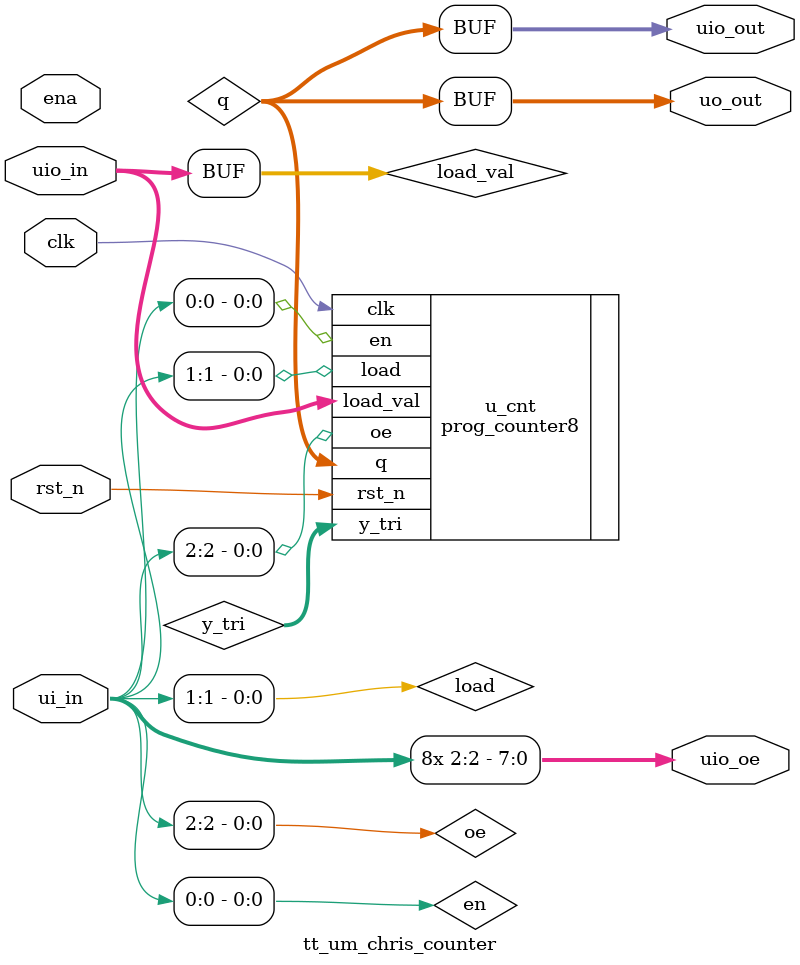
<source format=v>
module tt_um_chris_counter (
    input  wire [7:0] ui_in,
    output wire [7:0] uo_out,
    input  wire [7:0] uio_in,
    output wire [7:0] uio_out,
    output wire [7:0] uio_oe,
    input  wire       ena,     // not used internally, but must exist
    input  wire       clk,
    input  wire       rst_n
);
    wire en      = ui_in[0];
    wire load    = ui_in[1];
    wire oe      = ui_in[2];
    wire [7:0] load_val = uio_in;

    wire [7:0] y_tri;
    wire [7:0] q;

    prog_counter8 u_cnt (
        .clk(clk),
        .rst_n(rst_n),
        .en(en),
        .load(load),
        .load_val(load_val),
        .oe(oe),
        .y_tri(y_tri),
        .q(q)
    );

    // Drive bidirectional pads with tri-state using per-bit OEs
    assign uio_out = q;                // data to drive when enabled
    assign uio_oe  = {8{oe}};          // 1=drive, 0=Hi-Z on the pad

    // Also mirror the count to fixed outputs for easy observation
    assign uo_out = q;
endmodule

</source>
